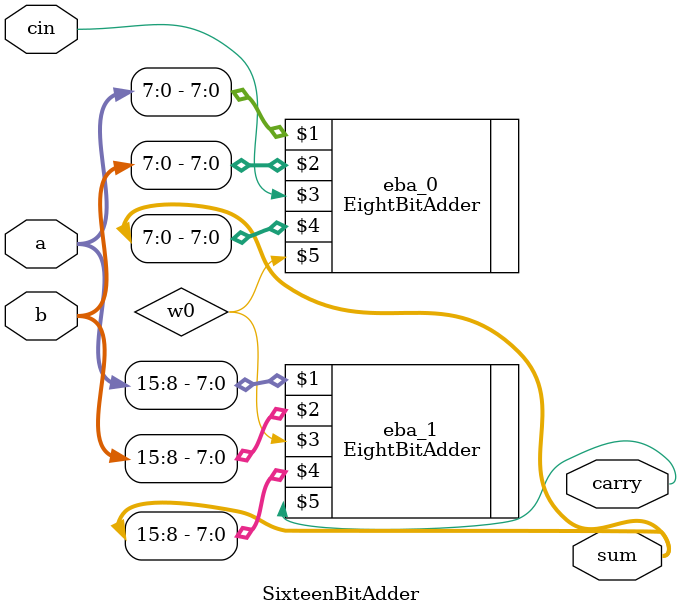
<source format=v>
`include "EightBA.v"
module SixteenBitAdder(a,b,cin,sum,carry);
input [15:0] a,b;
input cin;
output [15:0] sum;
output carry;
wire w0;
EightBitAdder eba_0(a[7:0] ,b[7:0],cin,sum[7:0],w0);
EightBitAdder eba_1(a[15:8],b[15:8],w0,sum[15:8],carry);
endmodule
</source>
